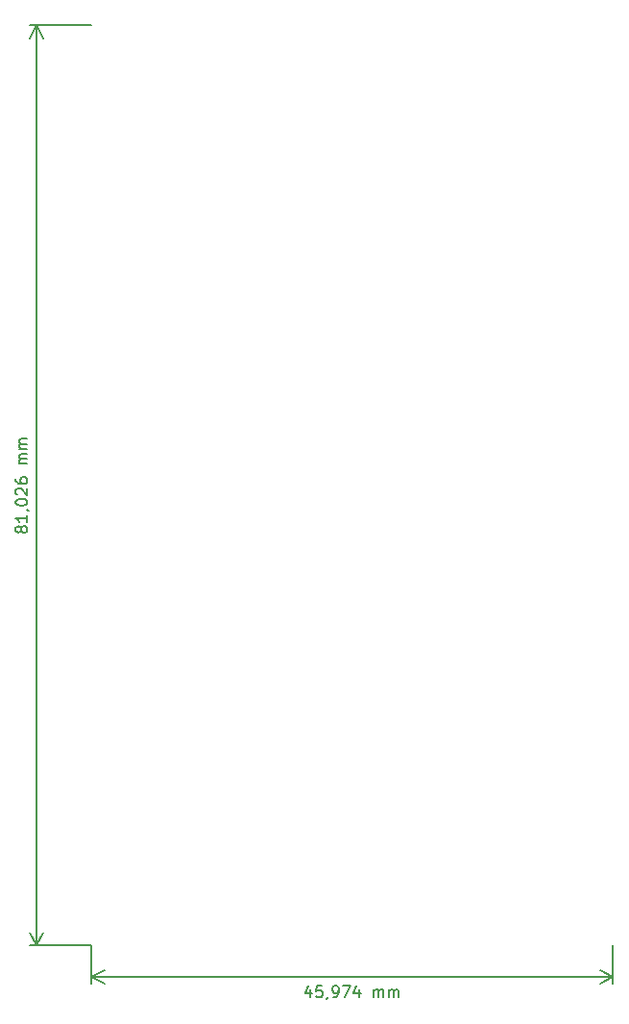
<source format=gbr>
%TF.GenerationSoftware,KiCad,Pcbnew,5.1.4-3.fc30*%
%TF.CreationDate,2019-10-13T14:02:28+02:00*%
%TF.ProjectId,dasa,64617361-2e6b-4696-9361-645f70636258,rev?*%
%TF.SameCoordinates,PX67eb070PY719b7f0*%
%TF.FileFunction,Other,Comment*%
%FSLAX46Y46*%
G04 Gerber Fmt 4.6, Leading zero omitted, Abs format (unit mm)*
G04 Created by KiCad (PCBNEW 5.1.4-3.fc30) date 2019-10-13 14:02:28*
%MOMM*%
%LPD*%
G04 APERTURE LIST*
%ADD10C,0.150000*%
G04 APERTURE END LIST*
D10*
X-6245048Y36560620D02*
X-6292667Y36465381D01*
X-6340286Y36417762D01*
X-6435524Y36370143D01*
X-6483143Y36370143D01*
X-6578381Y36417762D01*
X-6626000Y36465381D01*
X-6673620Y36560620D01*
X-6673620Y36751096D01*
X-6626000Y36846334D01*
X-6578381Y36893953D01*
X-6483143Y36941572D01*
X-6435524Y36941572D01*
X-6340286Y36893953D01*
X-6292667Y36846334D01*
X-6245048Y36751096D01*
X-6245048Y36560620D01*
X-6197429Y36465381D01*
X-6149810Y36417762D01*
X-6054572Y36370143D01*
X-5864096Y36370143D01*
X-5768858Y36417762D01*
X-5721239Y36465381D01*
X-5673620Y36560620D01*
X-5673620Y36751096D01*
X-5721239Y36846334D01*
X-5768858Y36893953D01*
X-5864096Y36941572D01*
X-6054572Y36941572D01*
X-6149810Y36893953D01*
X-6197429Y36846334D01*
X-6245048Y36751096D01*
X-5673620Y37893953D02*
X-5673620Y37322524D01*
X-5673620Y37608239D02*
X-6673620Y37608239D01*
X-6530762Y37513000D01*
X-6435524Y37417762D01*
X-6387905Y37322524D01*
X-5721239Y38370143D02*
X-5673620Y38370143D01*
X-5578381Y38322524D01*
X-5530762Y38274905D01*
X-6673620Y38989191D02*
X-6673620Y39084429D01*
X-6626000Y39179667D01*
X-6578381Y39227286D01*
X-6483143Y39274905D01*
X-6292667Y39322524D01*
X-6054572Y39322524D01*
X-5864096Y39274905D01*
X-5768858Y39227286D01*
X-5721239Y39179667D01*
X-5673620Y39084429D01*
X-5673620Y38989191D01*
X-5721239Y38893953D01*
X-5768858Y38846334D01*
X-5864096Y38798715D01*
X-6054572Y38751096D01*
X-6292667Y38751096D01*
X-6483143Y38798715D01*
X-6578381Y38846334D01*
X-6626000Y38893953D01*
X-6673620Y38989191D01*
X-6578381Y39703477D02*
X-6626000Y39751096D01*
X-6673620Y39846334D01*
X-6673620Y40084429D01*
X-6626000Y40179667D01*
X-6578381Y40227286D01*
X-6483143Y40274905D01*
X-6387905Y40274905D01*
X-6245048Y40227286D01*
X-5673620Y39655858D01*
X-5673620Y40274905D01*
X-6673620Y41132048D02*
X-6673620Y40941572D01*
X-6626000Y40846334D01*
X-6578381Y40798715D01*
X-6435524Y40703477D01*
X-6245048Y40655858D01*
X-5864096Y40655858D01*
X-5768858Y40703477D01*
X-5721239Y40751096D01*
X-5673620Y40846334D01*
X-5673620Y41036810D01*
X-5721239Y41132048D01*
X-5768858Y41179667D01*
X-5864096Y41227286D01*
X-6102191Y41227286D01*
X-6197429Y41179667D01*
X-6245048Y41132048D01*
X-6292667Y41036810D01*
X-6292667Y40846334D01*
X-6245048Y40751096D01*
X-6197429Y40703477D01*
X-6102191Y40655858D01*
X-5673620Y42417762D02*
X-6340286Y42417762D01*
X-6245048Y42417762D02*
X-6292667Y42465381D01*
X-6340286Y42560620D01*
X-6340286Y42703477D01*
X-6292667Y42798715D01*
X-6197429Y42846334D01*
X-5673620Y42846334D01*
X-6197429Y42846334D02*
X-6292667Y42893953D01*
X-6340286Y42989191D01*
X-6340286Y43132048D01*
X-6292667Y43227286D01*
X-6197429Y43274905D01*
X-5673620Y43274905D01*
X-5673620Y43751096D02*
X-6340286Y43751096D01*
X-6245048Y43751096D02*
X-6292667Y43798715D01*
X-6340286Y43893953D01*
X-6340286Y44036810D01*
X-6292667Y44132048D01*
X-6197429Y44179667D01*
X-5673620Y44179667D01*
X-6197429Y44179667D02*
X-6292667Y44227286D01*
X-6340286Y44322524D01*
X-6340286Y44465381D01*
X-6292667Y44560620D01*
X-6197429Y44608239D01*
X-5673620Y44608239D01*
X-4826000Y0D02*
X-4826000Y81026000D01*
X0Y0D02*
X-5412421Y0D01*
X0Y81026000D02*
X-5412421Y81026000D01*
X-4826000Y81026000D02*
X-4239579Y79899496D01*
X-4826000Y81026000D02*
X-5412421Y79899496D01*
X-4826000Y0D02*
X-4239579Y1126504D01*
X-4826000Y0D02*
X-5412421Y1126504D01*
X19320333Y-3879714D02*
X19320333Y-4546380D01*
X19082238Y-3498761D02*
X18844142Y-4213047D01*
X19463190Y-4213047D01*
X20320333Y-3546380D02*
X19844142Y-3546380D01*
X19796523Y-4022571D01*
X19844142Y-3974952D01*
X19939380Y-3927333D01*
X20177476Y-3927333D01*
X20272714Y-3974952D01*
X20320333Y-4022571D01*
X20367952Y-4117809D01*
X20367952Y-4355904D01*
X20320333Y-4451142D01*
X20272714Y-4498761D01*
X20177476Y-4546380D01*
X19939380Y-4546380D01*
X19844142Y-4498761D01*
X19796523Y-4451142D01*
X20844142Y-4498761D02*
X20844142Y-4546380D01*
X20796523Y-4641619D01*
X20748904Y-4689238D01*
X21320333Y-4546380D02*
X21510809Y-4546380D01*
X21606047Y-4498761D01*
X21653666Y-4451142D01*
X21748904Y-4308285D01*
X21796523Y-4117809D01*
X21796523Y-3736857D01*
X21748904Y-3641619D01*
X21701285Y-3594000D01*
X21606047Y-3546380D01*
X21415571Y-3546380D01*
X21320333Y-3594000D01*
X21272714Y-3641619D01*
X21225095Y-3736857D01*
X21225095Y-3974952D01*
X21272714Y-4070190D01*
X21320333Y-4117809D01*
X21415571Y-4165428D01*
X21606047Y-4165428D01*
X21701285Y-4117809D01*
X21748904Y-4070190D01*
X21796523Y-3974952D01*
X22129857Y-3546380D02*
X22796523Y-3546380D01*
X22367952Y-4546380D01*
X23606047Y-3879714D02*
X23606047Y-4546380D01*
X23367952Y-3498761D02*
X23129857Y-4213047D01*
X23748904Y-4213047D01*
X24891761Y-4546380D02*
X24891761Y-3879714D01*
X24891761Y-3974952D02*
X24939380Y-3927333D01*
X25034619Y-3879714D01*
X25177476Y-3879714D01*
X25272714Y-3927333D01*
X25320333Y-4022571D01*
X25320333Y-4546380D01*
X25320333Y-4022571D02*
X25367952Y-3927333D01*
X25463190Y-3879714D01*
X25606047Y-3879714D01*
X25701285Y-3927333D01*
X25748904Y-4022571D01*
X25748904Y-4546380D01*
X26225095Y-4546380D02*
X26225095Y-3879714D01*
X26225095Y-3974952D02*
X26272714Y-3927333D01*
X26367952Y-3879714D01*
X26510809Y-3879714D01*
X26606047Y-3927333D01*
X26653666Y-4022571D01*
X26653666Y-4546380D01*
X26653666Y-4022571D02*
X26701285Y-3927333D01*
X26796523Y-3879714D01*
X26939380Y-3879714D01*
X27034619Y-3927333D01*
X27082238Y-4022571D01*
X27082238Y-4546380D01*
X0Y-2794000D02*
X45974000Y-2794000D01*
X0Y0D02*
X0Y-3380421D01*
X45974000Y0D02*
X45974000Y-3380421D01*
X45974000Y-2794000D02*
X44847496Y-3380421D01*
X45974000Y-2794000D02*
X44847496Y-2207579D01*
X0Y-2794000D02*
X1126504Y-3380421D01*
X0Y-2794000D02*
X1126504Y-2207579D01*
M02*

</source>
